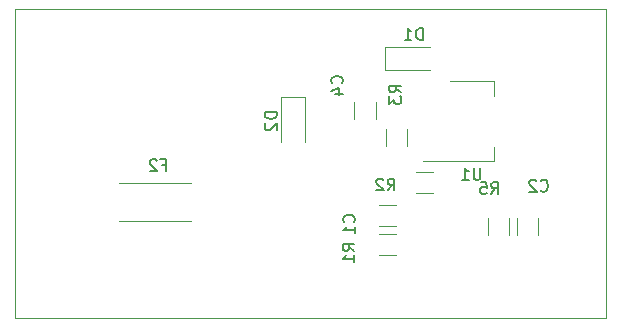
<source format=gbr>
%TF.GenerationSoftware,KiCad,Pcbnew,8.0.0~rc1*%
%TF.CreationDate,2024-01-16T05:38:03-05:00*%
%TF.ProjectId,VTVMbattElim,5654564d-6261-4747-9445-6c696d2e6b69,rev?*%
%TF.SameCoordinates,PX68860e8PY35c5de8*%
%TF.FileFunction,Legend,Bot*%
%TF.FilePolarity,Positive*%
%FSLAX46Y46*%
G04 Gerber Fmt 4.6, Leading zero omitted, Abs format (unit mm)*
G04 Created by KiCad (PCBNEW 8.0.0~rc1) date 2024-01-16 05:38:03*
%MOMM*%
%LPD*%
G01*
G04 APERTURE LIST*
%ADD10C,0.150000*%
%ADD11C,0.120000*%
%TA.AperFunction,Profile*%
%ADD12C,0.100000*%
%TD*%
G04 APERTURE END LIST*
D10*
X40298666Y-15694819D02*
X40631999Y-15218628D01*
X40870094Y-15694819D02*
X40870094Y-14694819D01*
X40870094Y-14694819D02*
X40489142Y-14694819D01*
X40489142Y-14694819D02*
X40393904Y-14742438D01*
X40393904Y-14742438D02*
X40346285Y-14790057D01*
X40346285Y-14790057D02*
X40298666Y-14885295D01*
X40298666Y-14885295D02*
X40298666Y-15028152D01*
X40298666Y-15028152D02*
X40346285Y-15123390D01*
X40346285Y-15123390D02*
X40393904Y-15171009D01*
X40393904Y-15171009D02*
X40489142Y-15218628D01*
X40489142Y-15218628D02*
X40870094Y-15218628D01*
X39393904Y-14694819D02*
X39870094Y-14694819D01*
X39870094Y-14694819D02*
X39917713Y-15171009D01*
X39917713Y-15171009D02*
X39870094Y-15123390D01*
X39870094Y-15123390D02*
X39774856Y-15075771D01*
X39774856Y-15075771D02*
X39536761Y-15075771D01*
X39536761Y-15075771D02*
X39441523Y-15123390D01*
X39441523Y-15123390D02*
X39393904Y-15171009D01*
X39393904Y-15171009D02*
X39346285Y-15266247D01*
X39346285Y-15266247D02*
X39346285Y-15504342D01*
X39346285Y-15504342D02*
X39393904Y-15599580D01*
X39393904Y-15599580D02*
X39441523Y-15647200D01*
X39441523Y-15647200D02*
X39536761Y-15694819D01*
X39536761Y-15694819D02*
X39774856Y-15694819D01*
X39774856Y-15694819D02*
X39870094Y-15647200D01*
X39870094Y-15647200D02*
X39917713Y-15599580D01*
X12423733Y-13240609D02*
X12757066Y-13240609D01*
X12757066Y-13764419D02*
X12757066Y-12764419D01*
X12757066Y-12764419D02*
X12280876Y-12764419D01*
X11947542Y-12859657D02*
X11899923Y-12812038D01*
X11899923Y-12812038D02*
X11804685Y-12764419D01*
X11804685Y-12764419D02*
X11566590Y-12764419D01*
X11566590Y-12764419D02*
X11471352Y-12812038D01*
X11471352Y-12812038D02*
X11423733Y-12859657D01*
X11423733Y-12859657D02*
X11376114Y-12954895D01*
X11376114Y-12954895D02*
X11376114Y-13050133D01*
X11376114Y-13050133D02*
X11423733Y-13192990D01*
X11423733Y-13192990D02*
X11995161Y-13764419D01*
X11995161Y-13764419D02*
X11376114Y-13764419D01*
X31510266Y-15390019D02*
X31843599Y-14913828D01*
X32081694Y-15390019D02*
X32081694Y-14390019D01*
X32081694Y-14390019D02*
X31700742Y-14390019D01*
X31700742Y-14390019D02*
X31605504Y-14437638D01*
X31605504Y-14437638D02*
X31557885Y-14485257D01*
X31557885Y-14485257D02*
X31510266Y-14580495D01*
X31510266Y-14580495D02*
X31510266Y-14723352D01*
X31510266Y-14723352D02*
X31557885Y-14818590D01*
X31557885Y-14818590D02*
X31605504Y-14866209D01*
X31605504Y-14866209D02*
X31700742Y-14913828D01*
X31700742Y-14913828D02*
X32081694Y-14913828D01*
X31129313Y-14485257D02*
X31081694Y-14437638D01*
X31081694Y-14437638D02*
X30986456Y-14390019D01*
X30986456Y-14390019D02*
X30748361Y-14390019D01*
X30748361Y-14390019D02*
X30653123Y-14437638D01*
X30653123Y-14437638D02*
X30605504Y-14485257D01*
X30605504Y-14485257D02*
X30557885Y-14580495D01*
X30557885Y-14580495D02*
X30557885Y-14675733D01*
X30557885Y-14675733D02*
X30605504Y-14818590D01*
X30605504Y-14818590D02*
X31176932Y-15390019D01*
X31176932Y-15390019D02*
X30557885Y-15390019D01*
X44464266Y-15396380D02*
X44511885Y-15444000D01*
X44511885Y-15444000D02*
X44654742Y-15491619D01*
X44654742Y-15491619D02*
X44749980Y-15491619D01*
X44749980Y-15491619D02*
X44892837Y-15444000D01*
X44892837Y-15444000D02*
X44988075Y-15348761D01*
X44988075Y-15348761D02*
X45035694Y-15253523D01*
X45035694Y-15253523D02*
X45083313Y-15063047D01*
X45083313Y-15063047D02*
X45083313Y-14920190D01*
X45083313Y-14920190D02*
X45035694Y-14729714D01*
X45035694Y-14729714D02*
X44988075Y-14634476D01*
X44988075Y-14634476D02*
X44892837Y-14539238D01*
X44892837Y-14539238D02*
X44749980Y-14491619D01*
X44749980Y-14491619D02*
X44654742Y-14491619D01*
X44654742Y-14491619D02*
X44511885Y-14539238D01*
X44511885Y-14539238D02*
X44464266Y-14586857D01*
X44083313Y-14586857D02*
X44035694Y-14539238D01*
X44035694Y-14539238D02*
X43940456Y-14491619D01*
X43940456Y-14491619D02*
X43702361Y-14491619D01*
X43702361Y-14491619D02*
X43607123Y-14539238D01*
X43607123Y-14539238D02*
X43559504Y-14586857D01*
X43559504Y-14586857D02*
X43511885Y-14682095D01*
X43511885Y-14682095D02*
X43511885Y-14777333D01*
X43511885Y-14777333D02*
X43559504Y-14920190D01*
X43559504Y-14920190D02*
X44130932Y-15491619D01*
X44130932Y-15491619D02*
X43511885Y-15491619D01*
X28699619Y-20508933D02*
X28223428Y-20175600D01*
X28699619Y-19937505D02*
X27699619Y-19937505D01*
X27699619Y-19937505D02*
X27699619Y-20318457D01*
X27699619Y-20318457D02*
X27747238Y-20413695D01*
X27747238Y-20413695D02*
X27794857Y-20461314D01*
X27794857Y-20461314D02*
X27890095Y-20508933D01*
X27890095Y-20508933D02*
X28032952Y-20508933D01*
X28032952Y-20508933D02*
X28128190Y-20461314D01*
X28128190Y-20461314D02*
X28175809Y-20413695D01*
X28175809Y-20413695D02*
X28223428Y-20318457D01*
X28223428Y-20318457D02*
X28223428Y-19937505D01*
X28699619Y-21461314D02*
X28699619Y-20889886D01*
X28699619Y-21175600D02*
X27699619Y-21175600D01*
X27699619Y-21175600D02*
X27842476Y-21080362D01*
X27842476Y-21080362D02*
X27937714Y-20985124D01*
X27937714Y-20985124D02*
X27985333Y-20889886D01*
X27639180Y-6335733D02*
X27686800Y-6288114D01*
X27686800Y-6288114D02*
X27734419Y-6145257D01*
X27734419Y-6145257D02*
X27734419Y-6050019D01*
X27734419Y-6050019D02*
X27686800Y-5907162D01*
X27686800Y-5907162D02*
X27591561Y-5811924D01*
X27591561Y-5811924D02*
X27496323Y-5764305D01*
X27496323Y-5764305D02*
X27305847Y-5716686D01*
X27305847Y-5716686D02*
X27162990Y-5716686D01*
X27162990Y-5716686D02*
X26972514Y-5764305D01*
X26972514Y-5764305D02*
X26877276Y-5811924D01*
X26877276Y-5811924D02*
X26782038Y-5907162D01*
X26782038Y-5907162D02*
X26734419Y-6050019D01*
X26734419Y-6050019D02*
X26734419Y-6145257D01*
X26734419Y-6145257D02*
X26782038Y-6288114D01*
X26782038Y-6288114D02*
X26829657Y-6335733D01*
X27067752Y-7192876D02*
X27734419Y-7192876D01*
X26686800Y-6954781D02*
X27401085Y-6716686D01*
X27401085Y-6716686D02*
X27401085Y-7335733D01*
X22121019Y-8761505D02*
X21121019Y-8761505D01*
X21121019Y-8761505D02*
X21121019Y-8999600D01*
X21121019Y-8999600D02*
X21168638Y-9142457D01*
X21168638Y-9142457D02*
X21263876Y-9237695D01*
X21263876Y-9237695D02*
X21359114Y-9285314D01*
X21359114Y-9285314D02*
X21549590Y-9332933D01*
X21549590Y-9332933D02*
X21692447Y-9332933D01*
X21692447Y-9332933D02*
X21882923Y-9285314D01*
X21882923Y-9285314D02*
X21978161Y-9237695D01*
X21978161Y-9237695D02*
X22073400Y-9142457D01*
X22073400Y-9142457D02*
X22121019Y-8999600D01*
X22121019Y-8999600D02*
X22121019Y-8761505D01*
X21216257Y-9713886D02*
X21168638Y-9761505D01*
X21168638Y-9761505D02*
X21121019Y-9856743D01*
X21121019Y-9856743D02*
X21121019Y-10094838D01*
X21121019Y-10094838D02*
X21168638Y-10190076D01*
X21168638Y-10190076D02*
X21216257Y-10237695D01*
X21216257Y-10237695D02*
X21311495Y-10285314D01*
X21311495Y-10285314D02*
X21406733Y-10285314D01*
X21406733Y-10285314D02*
X21549590Y-10237695D01*
X21549590Y-10237695D02*
X22121019Y-9666267D01*
X22121019Y-9666267D02*
X22121019Y-10285314D01*
X28655180Y-18070533D02*
X28702800Y-18022914D01*
X28702800Y-18022914D02*
X28750419Y-17880057D01*
X28750419Y-17880057D02*
X28750419Y-17784819D01*
X28750419Y-17784819D02*
X28702800Y-17641962D01*
X28702800Y-17641962D02*
X28607561Y-17546724D01*
X28607561Y-17546724D02*
X28512323Y-17499105D01*
X28512323Y-17499105D02*
X28321847Y-17451486D01*
X28321847Y-17451486D02*
X28178990Y-17451486D01*
X28178990Y-17451486D02*
X27988514Y-17499105D01*
X27988514Y-17499105D02*
X27893276Y-17546724D01*
X27893276Y-17546724D02*
X27798038Y-17641962D01*
X27798038Y-17641962D02*
X27750419Y-17784819D01*
X27750419Y-17784819D02*
X27750419Y-17880057D01*
X27750419Y-17880057D02*
X27798038Y-18022914D01*
X27798038Y-18022914D02*
X27845657Y-18070533D01*
X28750419Y-19022914D02*
X28750419Y-18451486D01*
X28750419Y-18737200D02*
X27750419Y-18737200D01*
X27750419Y-18737200D02*
X27893276Y-18641962D01*
X27893276Y-18641962D02*
X27988514Y-18546724D01*
X27988514Y-18546724D02*
X28036133Y-18451486D01*
X39369904Y-13479819D02*
X39369904Y-14289342D01*
X39369904Y-14289342D02*
X39322285Y-14384580D01*
X39322285Y-14384580D02*
X39274666Y-14432200D01*
X39274666Y-14432200D02*
X39179428Y-14479819D01*
X39179428Y-14479819D02*
X38988952Y-14479819D01*
X38988952Y-14479819D02*
X38893714Y-14432200D01*
X38893714Y-14432200D02*
X38846095Y-14384580D01*
X38846095Y-14384580D02*
X38798476Y-14289342D01*
X38798476Y-14289342D02*
X38798476Y-13479819D01*
X37798476Y-14479819D02*
X38369904Y-14479819D01*
X38084190Y-14479819D02*
X38084190Y-13479819D01*
X38084190Y-13479819D02*
X38179428Y-13622676D01*
X38179428Y-13622676D02*
X38274666Y-13717914D01*
X38274666Y-13717914D02*
X38369904Y-13765533D01*
X34469294Y-2639219D02*
X34469294Y-1639219D01*
X34469294Y-1639219D02*
X34231199Y-1639219D01*
X34231199Y-1639219D02*
X34088342Y-1686838D01*
X34088342Y-1686838D02*
X33993104Y-1782076D01*
X33993104Y-1782076D02*
X33945485Y-1877314D01*
X33945485Y-1877314D02*
X33897866Y-2067790D01*
X33897866Y-2067790D02*
X33897866Y-2210647D01*
X33897866Y-2210647D02*
X33945485Y-2401123D01*
X33945485Y-2401123D02*
X33993104Y-2496361D01*
X33993104Y-2496361D02*
X34088342Y-2591600D01*
X34088342Y-2591600D02*
X34231199Y-2639219D01*
X34231199Y-2639219D02*
X34469294Y-2639219D01*
X32945485Y-2639219D02*
X33516913Y-2639219D01*
X33231199Y-2639219D02*
X33231199Y-1639219D01*
X33231199Y-1639219D02*
X33326437Y-1782076D01*
X33326437Y-1782076D02*
X33421675Y-1877314D01*
X33421675Y-1877314D02*
X33516913Y-1924933D01*
X32662019Y-7097733D02*
X32185828Y-6764400D01*
X32662019Y-6526305D02*
X31662019Y-6526305D01*
X31662019Y-6526305D02*
X31662019Y-6907257D01*
X31662019Y-6907257D02*
X31709638Y-7002495D01*
X31709638Y-7002495D02*
X31757257Y-7050114D01*
X31757257Y-7050114D02*
X31852495Y-7097733D01*
X31852495Y-7097733D02*
X31995352Y-7097733D01*
X31995352Y-7097733D02*
X32090590Y-7050114D01*
X32090590Y-7050114D02*
X32138209Y-7002495D01*
X32138209Y-7002495D02*
X32185828Y-6907257D01*
X32185828Y-6907257D02*
X32185828Y-6526305D01*
X31662019Y-7431067D02*
X31662019Y-8050114D01*
X31662019Y-8050114D02*
X32042971Y-7716781D01*
X32042971Y-7716781D02*
X32042971Y-7859638D01*
X32042971Y-7859638D02*
X32090590Y-7954876D01*
X32090590Y-7954876D02*
X32138209Y-8002495D01*
X32138209Y-8002495D02*
X32233447Y-8050114D01*
X32233447Y-8050114D02*
X32471542Y-8050114D01*
X32471542Y-8050114D02*
X32566780Y-8002495D01*
X32566780Y-8002495D02*
X32614400Y-7954876D01*
X32614400Y-7954876D02*
X32662019Y-7859638D01*
X32662019Y-7859638D02*
X32662019Y-7573924D01*
X32662019Y-7573924D02*
X32614400Y-7478686D01*
X32614400Y-7478686D02*
X32566780Y-7431067D01*
D11*
%TO.C,R5*%
X40010000Y-19142064D02*
X40010000Y-17687936D01*
X41830000Y-19142064D02*
X41830000Y-17687936D01*
%TO.C,F2*%
X14861000Y-14773000D02*
X8761000Y-14773000D01*
X14861000Y-17993000D02*
X8761000Y-17993000D01*
%TO.C,R2*%
X35398064Y-13822000D02*
X33943936Y-13822000D01*
X35398064Y-15642000D02*
X33943936Y-15642000D01*
%TO.C,C2*%
X42435500Y-19126252D02*
X42435500Y-17703748D01*
X44255500Y-19126252D02*
X44255500Y-17703748D01*
%TO.C,R1*%
X30794936Y-16616000D02*
X32249064Y-16616000D01*
X30794936Y-18436000D02*
X32249064Y-18436000D01*
%TO.C,C4*%
X28681000Y-9347252D02*
X28681000Y-7924748D01*
X30501000Y-9347252D02*
X30501000Y-7924748D01*
%TO.C,D2*%
X22495000Y-11302000D02*
X22495000Y-7442000D01*
X24495000Y-7442000D02*
X22495000Y-7442000D01*
X24495000Y-11302000D02*
X24495000Y-7442000D01*
%TO.C,C1*%
X30810748Y-19041500D02*
X32233252Y-19041500D01*
X30810748Y-20861500D02*
X32233252Y-20861500D01*
%TO.C,U1*%
X40518000Y-6115000D02*
X36758000Y-6115000D01*
X40518000Y-7375000D02*
X40518000Y-6115000D01*
X40518000Y-11675000D02*
X40518000Y-12935000D01*
X40518000Y-12935000D02*
X34508000Y-12935000D01*
%TO.C,D1*%
X31279500Y-3229500D02*
X31279500Y-5229500D01*
X35139500Y-3229500D02*
X31279500Y-3229500D01*
X35139500Y-5229500D02*
X31279500Y-5229500D01*
%TO.C,R3*%
X31348000Y-11649064D02*
X31348000Y-10194936D01*
X33168000Y-11649064D02*
X33168000Y-10194936D01*
%TD*%
D12*
X50038000Y-26162000D02*
X0Y-26162000D01*
X0Y0D02*
X50038000Y0D01*
X0Y-26162000D02*
X0Y0D01*
X50038000Y0D02*
X50038000Y-26162000D01*
M02*

</source>
